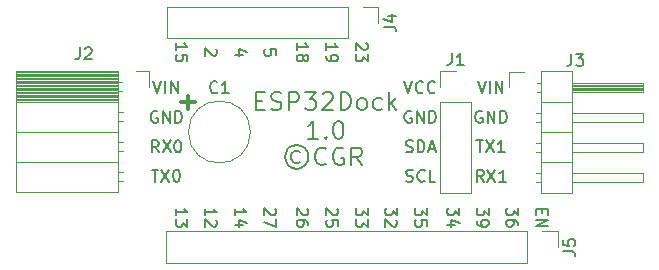
<source format=gbr>
%TF.GenerationSoftware,KiCad,Pcbnew,7.0.1*%
%TF.CreationDate,2025-01-23T23:54:12-05:00*%
%TF.ProjectId,ESP32_Dock,45535033-325f-4446-9f63-6b2e6b696361,rev?*%
%TF.SameCoordinates,Original*%
%TF.FileFunction,Legend,Top*%
%TF.FilePolarity,Positive*%
%FSLAX46Y46*%
G04 Gerber Fmt 4.6, Leading zero omitted, Abs format (unit mm)*
G04 Created by KiCad (PCBNEW 7.0.1) date 2025-01-23 23:54:12*
%MOMM*%
%LPD*%
G01*
G04 APERTURE LIST*
%ADD10C,0.150000*%
%ADD11C,0.300000*%
%ADD12C,0.120000*%
G04 APERTURE END LIST*
D10*
X70261905Y-49962619D02*
X70833333Y-49962619D01*
X70547619Y-50962619D02*
X70547619Y-49962619D01*
X71071429Y-49962619D02*
X71738095Y-50962619D01*
X71738095Y-49962619D02*
X71071429Y-50962619D01*
X72309524Y-49962619D02*
X72404762Y-49962619D01*
X72404762Y-49962619D02*
X72500000Y-50010238D01*
X72500000Y-50010238D02*
X72547619Y-50057857D01*
X72547619Y-50057857D02*
X72595238Y-50153095D01*
X72595238Y-50153095D02*
X72642857Y-50343571D01*
X72642857Y-50343571D02*
X72642857Y-50581666D01*
X72642857Y-50581666D02*
X72595238Y-50772142D01*
X72595238Y-50772142D02*
X72547619Y-50867380D01*
X72547619Y-50867380D02*
X72500000Y-50915000D01*
X72500000Y-50915000D02*
X72404762Y-50962619D01*
X72404762Y-50962619D02*
X72309524Y-50962619D01*
X72309524Y-50962619D02*
X72214286Y-50915000D01*
X72214286Y-50915000D02*
X72166667Y-50867380D01*
X72166667Y-50867380D02*
X72119048Y-50772142D01*
X72119048Y-50772142D02*
X72071429Y-50581666D01*
X72071429Y-50581666D02*
X72071429Y-50343571D01*
X72071429Y-50343571D02*
X72119048Y-50153095D01*
X72119048Y-50153095D02*
X72166667Y-50057857D01*
X72166667Y-50057857D02*
X72214286Y-50010238D01*
X72214286Y-50010238D02*
X72309524Y-49962619D01*
X85037380Y-39809523D02*
X85037380Y-39238095D01*
X85037380Y-39523809D02*
X86037380Y-39523809D01*
X86037380Y-39523809D02*
X85894523Y-39428571D01*
X85894523Y-39428571D02*
X85799285Y-39333333D01*
X85799285Y-39333333D02*
X85751666Y-39238095D01*
X85037380Y-40285714D02*
X85037380Y-40476190D01*
X85037380Y-40476190D02*
X85085000Y-40571428D01*
X85085000Y-40571428D02*
X85132619Y-40619047D01*
X85132619Y-40619047D02*
X85275476Y-40714285D01*
X85275476Y-40714285D02*
X85465952Y-40761904D01*
X85465952Y-40761904D02*
X85846904Y-40761904D01*
X85846904Y-40761904D02*
X85942142Y-40714285D01*
X85942142Y-40714285D02*
X85989761Y-40666666D01*
X85989761Y-40666666D02*
X86037380Y-40571428D01*
X86037380Y-40571428D02*
X86037380Y-40380952D01*
X86037380Y-40380952D02*
X85989761Y-40285714D01*
X85989761Y-40285714D02*
X85942142Y-40238095D01*
X85942142Y-40238095D02*
X85846904Y-40190476D01*
X85846904Y-40190476D02*
X85608809Y-40190476D01*
X85608809Y-40190476D02*
X85513571Y-40238095D01*
X85513571Y-40238095D02*
X85465952Y-40285714D01*
X85465952Y-40285714D02*
X85418333Y-40380952D01*
X85418333Y-40380952D02*
X85418333Y-40571428D01*
X85418333Y-40571428D02*
X85465952Y-40666666D01*
X85465952Y-40666666D02*
X85513571Y-40714285D01*
X85513571Y-40714285D02*
X85608809Y-40761904D01*
X92238095Y-45010238D02*
X92142857Y-44962619D01*
X92142857Y-44962619D02*
X92000000Y-44962619D01*
X92000000Y-44962619D02*
X91857143Y-45010238D01*
X91857143Y-45010238D02*
X91761905Y-45105476D01*
X91761905Y-45105476D02*
X91714286Y-45200714D01*
X91714286Y-45200714D02*
X91666667Y-45391190D01*
X91666667Y-45391190D02*
X91666667Y-45534047D01*
X91666667Y-45534047D02*
X91714286Y-45724523D01*
X91714286Y-45724523D02*
X91761905Y-45819761D01*
X91761905Y-45819761D02*
X91857143Y-45915000D01*
X91857143Y-45915000D02*
X92000000Y-45962619D01*
X92000000Y-45962619D02*
X92095238Y-45962619D01*
X92095238Y-45962619D02*
X92238095Y-45915000D01*
X92238095Y-45915000D02*
X92285714Y-45867380D01*
X92285714Y-45867380D02*
X92285714Y-45534047D01*
X92285714Y-45534047D02*
X92095238Y-45534047D01*
X92714286Y-45962619D02*
X92714286Y-44962619D01*
X92714286Y-44962619D02*
X93285714Y-45962619D01*
X93285714Y-45962619D02*
X93285714Y-44962619D01*
X93761905Y-45962619D02*
X93761905Y-44962619D01*
X93761905Y-44962619D02*
X94000000Y-44962619D01*
X94000000Y-44962619D02*
X94142857Y-45010238D01*
X94142857Y-45010238D02*
X94238095Y-45105476D01*
X94238095Y-45105476D02*
X94285714Y-45200714D01*
X94285714Y-45200714D02*
X94333333Y-45391190D01*
X94333333Y-45391190D02*
X94333333Y-45534047D01*
X94333333Y-45534047D02*
X94285714Y-45724523D01*
X94285714Y-45724523D02*
X94238095Y-45819761D01*
X94238095Y-45819761D02*
X94142857Y-45915000D01*
X94142857Y-45915000D02*
X94000000Y-45962619D01*
X94000000Y-45962619D02*
X93761905Y-45962619D01*
X93537380Y-53190476D02*
X93537380Y-53809523D01*
X93537380Y-53809523D02*
X93156428Y-53476190D01*
X93156428Y-53476190D02*
X93156428Y-53619047D01*
X93156428Y-53619047D02*
X93108809Y-53714285D01*
X93108809Y-53714285D02*
X93061190Y-53761904D01*
X93061190Y-53761904D02*
X92965952Y-53809523D01*
X92965952Y-53809523D02*
X92727857Y-53809523D01*
X92727857Y-53809523D02*
X92632619Y-53761904D01*
X92632619Y-53761904D02*
X92585000Y-53714285D01*
X92585000Y-53714285D02*
X92537380Y-53619047D01*
X92537380Y-53619047D02*
X92537380Y-53333333D01*
X92537380Y-53333333D02*
X92585000Y-53238095D01*
X92585000Y-53238095D02*
X92632619Y-53190476D01*
X93537380Y-54714285D02*
X93537380Y-54238095D01*
X93537380Y-54238095D02*
X93061190Y-54190476D01*
X93061190Y-54190476D02*
X93108809Y-54238095D01*
X93108809Y-54238095D02*
X93156428Y-54333333D01*
X93156428Y-54333333D02*
X93156428Y-54571428D01*
X93156428Y-54571428D02*
X93108809Y-54666666D01*
X93108809Y-54666666D02*
X93061190Y-54714285D01*
X93061190Y-54714285D02*
X92965952Y-54761904D01*
X92965952Y-54761904D02*
X92727857Y-54761904D01*
X92727857Y-54761904D02*
X92632619Y-54714285D01*
X92632619Y-54714285D02*
X92585000Y-54666666D01*
X92585000Y-54666666D02*
X92537380Y-54571428D01*
X92537380Y-54571428D02*
X92537380Y-54333333D01*
X92537380Y-54333333D02*
X92585000Y-54238095D01*
X92585000Y-54238095D02*
X92632619Y-54190476D01*
X98238095Y-45010238D02*
X98142857Y-44962619D01*
X98142857Y-44962619D02*
X98000000Y-44962619D01*
X98000000Y-44962619D02*
X97857143Y-45010238D01*
X97857143Y-45010238D02*
X97761905Y-45105476D01*
X97761905Y-45105476D02*
X97714286Y-45200714D01*
X97714286Y-45200714D02*
X97666667Y-45391190D01*
X97666667Y-45391190D02*
X97666667Y-45534047D01*
X97666667Y-45534047D02*
X97714286Y-45724523D01*
X97714286Y-45724523D02*
X97761905Y-45819761D01*
X97761905Y-45819761D02*
X97857143Y-45915000D01*
X97857143Y-45915000D02*
X98000000Y-45962619D01*
X98000000Y-45962619D02*
X98095238Y-45962619D01*
X98095238Y-45962619D02*
X98238095Y-45915000D01*
X98238095Y-45915000D02*
X98285714Y-45867380D01*
X98285714Y-45867380D02*
X98285714Y-45534047D01*
X98285714Y-45534047D02*
X98095238Y-45534047D01*
X98714286Y-45962619D02*
X98714286Y-44962619D01*
X98714286Y-44962619D02*
X99285714Y-45962619D01*
X99285714Y-45962619D02*
X99285714Y-44962619D01*
X99761905Y-45962619D02*
X99761905Y-44962619D01*
X99761905Y-44962619D02*
X100000000Y-44962619D01*
X100000000Y-44962619D02*
X100142857Y-45010238D01*
X100142857Y-45010238D02*
X100238095Y-45105476D01*
X100238095Y-45105476D02*
X100285714Y-45200714D01*
X100285714Y-45200714D02*
X100333333Y-45391190D01*
X100333333Y-45391190D02*
X100333333Y-45534047D01*
X100333333Y-45534047D02*
X100285714Y-45724523D01*
X100285714Y-45724523D02*
X100238095Y-45819761D01*
X100238095Y-45819761D02*
X100142857Y-45915000D01*
X100142857Y-45915000D02*
X100000000Y-45962619D01*
X100000000Y-45962619D02*
X99761905Y-45962619D01*
X80692142Y-53238095D02*
X80739761Y-53285714D01*
X80739761Y-53285714D02*
X80787380Y-53380952D01*
X80787380Y-53380952D02*
X80787380Y-53619047D01*
X80787380Y-53619047D02*
X80739761Y-53714285D01*
X80739761Y-53714285D02*
X80692142Y-53761904D01*
X80692142Y-53761904D02*
X80596904Y-53809523D01*
X80596904Y-53809523D02*
X80501666Y-53809523D01*
X80501666Y-53809523D02*
X80358809Y-53761904D01*
X80358809Y-53761904D02*
X79787380Y-53190476D01*
X79787380Y-53190476D02*
X79787380Y-53809523D01*
X80787380Y-54142857D02*
X80787380Y-54809523D01*
X80787380Y-54809523D02*
X79787380Y-54380952D01*
X96287380Y-53190476D02*
X96287380Y-53809523D01*
X96287380Y-53809523D02*
X95906428Y-53476190D01*
X95906428Y-53476190D02*
X95906428Y-53619047D01*
X95906428Y-53619047D02*
X95858809Y-53714285D01*
X95858809Y-53714285D02*
X95811190Y-53761904D01*
X95811190Y-53761904D02*
X95715952Y-53809523D01*
X95715952Y-53809523D02*
X95477857Y-53809523D01*
X95477857Y-53809523D02*
X95382619Y-53761904D01*
X95382619Y-53761904D02*
X95335000Y-53714285D01*
X95335000Y-53714285D02*
X95287380Y-53619047D01*
X95287380Y-53619047D02*
X95287380Y-53333333D01*
X95287380Y-53333333D02*
X95335000Y-53238095D01*
X95335000Y-53238095D02*
X95382619Y-53190476D01*
X95954047Y-54666666D02*
X95287380Y-54666666D01*
X96335000Y-54428571D02*
X95620714Y-54190476D01*
X95620714Y-54190476D02*
X95620714Y-54809523D01*
X82537380Y-39809523D02*
X82537380Y-39238095D01*
X82537380Y-39523809D02*
X83537380Y-39523809D01*
X83537380Y-39523809D02*
X83394523Y-39428571D01*
X83394523Y-39428571D02*
X83299285Y-39333333D01*
X83299285Y-39333333D02*
X83251666Y-39238095D01*
X83108809Y-40380952D02*
X83156428Y-40285714D01*
X83156428Y-40285714D02*
X83204047Y-40238095D01*
X83204047Y-40238095D02*
X83299285Y-40190476D01*
X83299285Y-40190476D02*
X83346904Y-40190476D01*
X83346904Y-40190476D02*
X83442142Y-40238095D01*
X83442142Y-40238095D02*
X83489761Y-40285714D01*
X83489761Y-40285714D02*
X83537380Y-40380952D01*
X83537380Y-40380952D02*
X83537380Y-40571428D01*
X83537380Y-40571428D02*
X83489761Y-40666666D01*
X83489761Y-40666666D02*
X83442142Y-40714285D01*
X83442142Y-40714285D02*
X83346904Y-40761904D01*
X83346904Y-40761904D02*
X83299285Y-40761904D01*
X83299285Y-40761904D02*
X83204047Y-40714285D01*
X83204047Y-40714285D02*
X83156428Y-40666666D01*
X83156428Y-40666666D02*
X83108809Y-40571428D01*
X83108809Y-40571428D02*
X83108809Y-40380952D01*
X83108809Y-40380952D02*
X83061190Y-40285714D01*
X83061190Y-40285714D02*
X83013571Y-40238095D01*
X83013571Y-40238095D02*
X82918333Y-40190476D01*
X82918333Y-40190476D02*
X82727857Y-40190476D01*
X82727857Y-40190476D02*
X82632619Y-40238095D01*
X82632619Y-40238095D02*
X82585000Y-40285714D01*
X82585000Y-40285714D02*
X82537380Y-40380952D01*
X82537380Y-40380952D02*
X82537380Y-40571428D01*
X82537380Y-40571428D02*
X82585000Y-40666666D01*
X82585000Y-40666666D02*
X82632619Y-40714285D01*
X82632619Y-40714285D02*
X82727857Y-40761904D01*
X82727857Y-40761904D02*
X82918333Y-40761904D01*
X82918333Y-40761904D02*
X83013571Y-40714285D01*
X83013571Y-40714285D02*
X83061190Y-40666666D01*
X83061190Y-40666666D02*
X83108809Y-40571428D01*
X91666667Y-42462619D02*
X92000000Y-43462619D01*
X92000000Y-43462619D02*
X92333333Y-42462619D01*
X93238095Y-43367380D02*
X93190476Y-43415000D01*
X93190476Y-43415000D02*
X93047619Y-43462619D01*
X93047619Y-43462619D02*
X92952381Y-43462619D01*
X92952381Y-43462619D02*
X92809524Y-43415000D01*
X92809524Y-43415000D02*
X92714286Y-43319761D01*
X92714286Y-43319761D02*
X92666667Y-43224523D01*
X92666667Y-43224523D02*
X92619048Y-43034047D01*
X92619048Y-43034047D02*
X92619048Y-42891190D01*
X92619048Y-42891190D02*
X92666667Y-42700714D01*
X92666667Y-42700714D02*
X92714286Y-42605476D01*
X92714286Y-42605476D02*
X92809524Y-42510238D01*
X92809524Y-42510238D02*
X92952381Y-42462619D01*
X92952381Y-42462619D02*
X93047619Y-42462619D01*
X93047619Y-42462619D02*
X93190476Y-42510238D01*
X93190476Y-42510238D02*
X93238095Y-42557857D01*
X94238095Y-43367380D02*
X94190476Y-43415000D01*
X94190476Y-43415000D02*
X94047619Y-43462619D01*
X94047619Y-43462619D02*
X93952381Y-43462619D01*
X93952381Y-43462619D02*
X93809524Y-43415000D01*
X93809524Y-43415000D02*
X93714286Y-43319761D01*
X93714286Y-43319761D02*
X93666667Y-43224523D01*
X93666667Y-43224523D02*
X93619048Y-43034047D01*
X93619048Y-43034047D02*
X93619048Y-42891190D01*
X93619048Y-42891190D02*
X93666667Y-42700714D01*
X93666667Y-42700714D02*
X93714286Y-42605476D01*
X93714286Y-42605476D02*
X93809524Y-42510238D01*
X93809524Y-42510238D02*
X93952381Y-42462619D01*
X93952381Y-42462619D02*
X94047619Y-42462619D01*
X94047619Y-42462619D02*
X94190476Y-42510238D01*
X94190476Y-42510238D02*
X94238095Y-42557857D01*
X70738095Y-45010238D02*
X70642857Y-44962619D01*
X70642857Y-44962619D02*
X70500000Y-44962619D01*
X70500000Y-44962619D02*
X70357143Y-45010238D01*
X70357143Y-45010238D02*
X70261905Y-45105476D01*
X70261905Y-45105476D02*
X70214286Y-45200714D01*
X70214286Y-45200714D02*
X70166667Y-45391190D01*
X70166667Y-45391190D02*
X70166667Y-45534047D01*
X70166667Y-45534047D02*
X70214286Y-45724523D01*
X70214286Y-45724523D02*
X70261905Y-45819761D01*
X70261905Y-45819761D02*
X70357143Y-45915000D01*
X70357143Y-45915000D02*
X70500000Y-45962619D01*
X70500000Y-45962619D02*
X70595238Y-45962619D01*
X70595238Y-45962619D02*
X70738095Y-45915000D01*
X70738095Y-45915000D02*
X70785714Y-45867380D01*
X70785714Y-45867380D02*
X70785714Y-45534047D01*
X70785714Y-45534047D02*
X70595238Y-45534047D01*
X71214286Y-45962619D02*
X71214286Y-44962619D01*
X71214286Y-44962619D02*
X71785714Y-45962619D01*
X71785714Y-45962619D02*
X71785714Y-44962619D01*
X72261905Y-45962619D02*
X72261905Y-44962619D01*
X72261905Y-44962619D02*
X72500000Y-44962619D01*
X72500000Y-44962619D02*
X72642857Y-45010238D01*
X72642857Y-45010238D02*
X72738095Y-45105476D01*
X72738095Y-45105476D02*
X72785714Y-45200714D01*
X72785714Y-45200714D02*
X72833333Y-45391190D01*
X72833333Y-45391190D02*
X72833333Y-45534047D01*
X72833333Y-45534047D02*
X72785714Y-45724523D01*
X72785714Y-45724523D02*
X72738095Y-45819761D01*
X72738095Y-45819761D02*
X72642857Y-45915000D01*
X72642857Y-45915000D02*
X72500000Y-45962619D01*
X72500000Y-45962619D02*
X72261905Y-45962619D01*
X91785714Y-48415000D02*
X91928571Y-48462619D01*
X91928571Y-48462619D02*
X92166666Y-48462619D01*
X92166666Y-48462619D02*
X92261904Y-48415000D01*
X92261904Y-48415000D02*
X92309523Y-48367380D01*
X92309523Y-48367380D02*
X92357142Y-48272142D01*
X92357142Y-48272142D02*
X92357142Y-48176904D01*
X92357142Y-48176904D02*
X92309523Y-48081666D01*
X92309523Y-48081666D02*
X92261904Y-48034047D01*
X92261904Y-48034047D02*
X92166666Y-47986428D01*
X92166666Y-47986428D02*
X91976190Y-47938809D01*
X91976190Y-47938809D02*
X91880952Y-47891190D01*
X91880952Y-47891190D02*
X91833333Y-47843571D01*
X91833333Y-47843571D02*
X91785714Y-47748333D01*
X91785714Y-47748333D02*
X91785714Y-47653095D01*
X91785714Y-47653095D02*
X91833333Y-47557857D01*
X91833333Y-47557857D02*
X91880952Y-47510238D01*
X91880952Y-47510238D02*
X91976190Y-47462619D01*
X91976190Y-47462619D02*
X92214285Y-47462619D01*
X92214285Y-47462619D02*
X92357142Y-47510238D01*
X92785714Y-48462619D02*
X92785714Y-47462619D01*
X92785714Y-47462619D02*
X93023809Y-47462619D01*
X93023809Y-47462619D02*
X93166666Y-47510238D01*
X93166666Y-47510238D02*
X93261904Y-47605476D01*
X93261904Y-47605476D02*
X93309523Y-47700714D01*
X93309523Y-47700714D02*
X93357142Y-47891190D01*
X93357142Y-47891190D02*
X93357142Y-48034047D01*
X93357142Y-48034047D02*
X93309523Y-48224523D01*
X93309523Y-48224523D02*
X93261904Y-48319761D01*
X93261904Y-48319761D02*
X93166666Y-48415000D01*
X93166666Y-48415000D02*
X93023809Y-48462619D01*
X93023809Y-48462619D02*
X92785714Y-48462619D01*
X93738095Y-48176904D02*
X94214285Y-48176904D01*
X93642857Y-48462619D02*
X93976190Y-47462619D01*
X93976190Y-47462619D02*
X94309523Y-48462619D01*
X91037380Y-53190476D02*
X91037380Y-53809523D01*
X91037380Y-53809523D02*
X90656428Y-53476190D01*
X90656428Y-53476190D02*
X90656428Y-53619047D01*
X90656428Y-53619047D02*
X90608809Y-53714285D01*
X90608809Y-53714285D02*
X90561190Y-53761904D01*
X90561190Y-53761904D02*
X90465952Y-53809523D01*
X90465952Y-53809523D02*
X90227857Y-53809523D01*
X90227857Y-53809523D02*
X90132619Y-53761904D01*
X90132619Y-53761904D02*
X90085000Y-53714285D01*
X90085000Y-53714285D02*
X90037380Y-53619047D01*
X90037380Y-53619047D02*
X90037380Y-53333333D01*
X90037380Y-53333333D02*
X90085000Y-53238095D01*
X90085000Y-53238095D02*
X90132619Y-53190476D01*
X90942142Y-54190476D02*
X90989761Y-54238095D01*
X90989761Y-54238095D02*
X91037380Y-54333333D01*
X91037380Y-54333333D02*
X91037380Y-54571428D01*
X91037380Y-54571428D02*
X90989761Y-54666666D01*
X90989761Y-54666666D02*
X90942142Y-54714285D01*
X90942142Y-54714285D02*
X90846904Y-54761904D01*
X90846904Y-54761904D02*
X90751666Y-54761904D01*
X90751666Y-54761904D02*
X90608809Y-54714285D01*
X90608809Y-54714285D02*
X90037380Y-54142857D01*
X90037380Y-54142857D02*
X90037380Y-54761904D01*
X97761905Y-47462619D02*
X98333333Y-47462619D01*
X98047619Y-48462619D02*
X98047619Y-47462619D01*
X98571429Y-47462619D02*
X99238095Y-48462619D01*
X99238095Y-47462619D02*
X98571429Y-48462619D01*
X100142857Y-48462619D02*
X99571429Y-48462619D01*
X99857143Y-48462619D02*
X99857143Y-47462619D01*
X99857143Y-47462619D02*
X99761905Y-47605476D01*
X99761905Y-47605476D02*
X99666667Y-47700714D01*
X99666667Y-47700714D02*
X99571429Y-47748333D01*
X97904762Y-42462619D02*
X98238095Y-43462619D01*
X98238095Y-43462619D02*
X98571428Y-42462619D01*
X98904762Y-43462619D02*
X98904762Y-42462619D01*
X99380952Y-43462619D02*
X99380952Y-42462619D01*
X99380952Y-42462619D02*
X99952380Y-43462619D01*
X99952380Y-43462619D02*
X99952380Y-42462619D01*
X98787380Y-53190476D02*
X98787380Y-53809523D01*
X98787380Y-53809523D02*
X98406428Y-53476190D01*
X98406428Y-53476190D02*
X98406428Y-53619047D01*
X98406428Y-53619047D02*
X98358809Y-53714285D01*
X98358809Y-53714285D02*
X98311190Y-53761904D01*
X98311190Y-53761904D02*
X98215952Y-53809523D01*
X98215952Y-53809523D02*
X97977857Y-53809523D01*
X97977857Y-53809523D02*
X97882619Y-53761904D01*
X97882619Y-53761904D02*
X97835000Y-53714285D01*
X97835000Y-53714285D02*
X97787380Y-53619047D01*
X97787380Y-53619047D02*
X97787380Y-53333333D01*
X97787380Y-53333333D02*
X97835000Y-53238095D01*
X97835000Y-53238095D02*
X97882619Y-53190476D01*
X97787380Y-54285714D02*
X97787380Y-54476190D01*
X97787380Y-54476190D02*
X97835000Y-54571428D01*
X97835000Y-54571428D02*
X97882619Y-54619047D01*
X97882619Y-54619047D02*
X98025476Y-54714285D01*
X98025476Y-54714285D02*
X98215952Y-54761904D01*
X98215952Y-54761904D02*
X98596904Y-54761904D01*
X98596904Y-54761904D02*
X98692142Y-54714285D01*
X98692142Y-54714285D02*
X98739761Y-54666666D01*
X98739761Y-54666666D02*
X98787380Y-54571428D01*
X98787380Y-54571428D02*
X98787380Y-54380952D01*
X98787380Y-54380952D02*
X98739761Y-54285714D01*
X98739761Y-54285714D02*
X98692142Y-54238095D01*
X98692142Y-54238095D02*
X98596904Y-54190476D01*
X98596904Y-54190476D02*
X98358809Y-54190476D01*
X98358809Y-54190476D02*
X98263571Y-54238095D01*
X98263571Y-54238095D02*
X98215952Y-54285714D01*
X98215952Y-54285714D02*
X98168333Y-54380952D01*
X98168333Y-54380952D02*
X98168333Y-54571428D01*
X98168333Y-54571428D02*
X98215952Y-54666666D01*
X98215952Y-54666666D02*
X98263571Y-54714285D01*
X98263571Y-54714285D02*
X98358809Y-54761904D01*
X88537380Y-53190476D02*
X88537380Y-53809523D01*
X88537380Y-53809523D02*
X88156428Y-53476190D01*
X88156428Y-53476190D02*
X88156428Y-53619047D01*
X88156428Y-53619047D02*
X88108809Y-53714285D01*
X88108809Y-53714285D02*
X88061190Y-53761904D01*
X88061190Y-53761904D02*
X87965952Y-53809523D01*
X87965952Y-53809523D02*
X87727857Y-53809523D01*
X87727857Y-53809523D02*
X87632619Y-53761904D01*
X87632619Y-53761904D02*
X87585000Y-53714285D01*
X87585000Y-53714285D02*
X87537380Y-53619047D01*
X87537380Y-53619047D02*
X87537380Y-53333333D01*
X87537380Y-53333333D02*
X87585000Y-53238095D01*
X87585000Y-53238095D02*
X87632619Y-53190476D01*
X88537380Y-54142857D02*
X88537380Y-54761904D01*
X88537380Y-54761904D02*
X88156428Y-54428571D01*
X88156428Y-54428571D02*
X88156428Y-54571428D01*
X88156428Y-54571428D02*
X88108809Y-54666666D01*
X88108809Y-54666666D02*
X88061190Y-54714285D01*
X88061190Y-54714285D02*
X87965952Y-54761904D01*
X87965952Y-54761904D02*
X87727857Y-54761904D01*
X87727857Y-54761904D02*
X87632619Y-54714285D01*
X87632619Y-54714285D02*
X87585000Y-54666666D01*
X87585000Y-54666666D02*
X87537380Y-54571428D01*
X87537380Y-54571428D02*
X87537380Y-54285714D01*
X87537380Y-54285714D02*
X87585000Y-54190476D01*
X87585000Y-54190476D02*
X87632619Y-54142857D01*
X91809524Y-50915000D02*
X91952381Y-50962619D01*
X91952381Y-50962619D02*
X92190476Y-50962619D01*
X92190476Y-50962619D02*
X92285714Y-50915000D01*
X92285714Y-50915000D02*
X92333333Y-50867380D01*
X92333333Y-50867380D02*
X92380952Y-50772142D01*
X92380952Y-50772142D02*
X92380952Y-50676904D01*
X92380952Y-50676904D02*
X92333333Y-50581666D01*
X92333333Y-50581666D02*
X92285714Y-50534047D01*
X92285714Y-50534047D02*
X92190476Y-50486428D01*
X92190476Y-50486428D02*
X92000000Y-50438809D01*
X92000000Y-50438809D02*
X91904762Y-50391190D01*
X91904762Y-50391190D02*
X91857143Y-50343571D01*
X91857143Y-50343571D02*
X91809524Y-50248333D01*
X91809524Y-50248333D02*
X91809524Y-50153095D01*
X91809524Y-50153095D02*
X91857143Y-50057857D01*
X91857143Y-50057857D02*
X91904762Y-50010238D01*
X91904762Y-50010238D02*
X92000000Y-49962619D01*
X92000000Y-49962619D02*
X92238095Y-49962619D01*
X92238095Y-49962619D02*
X92380952Y-50010238D01*
X93380952Y-50867380D02*
X93333333Y-50915000D01*
X93333333Y-50915000D02*
X93190476Y-50962619D01*
X93190476Y-50962619D02*
X93095238Y-50962619D01*
X93095238Y-50962619D02*
X92952381Y-50915000D01*
X92952381Y-50915000D02*
X92857143Y-50819761D01*
X92857143Y-50819761D02*
X92809524Y-50724523D01*
X92809524Y-50724523D02*
X92761905Y-50534047D01*
X92761905Y-50534047D02*
X92761905Y-50391190D01*
X92761905Y-50391190D02*
X92809524Y-50200714D01*
X92809524Y-50200714D02*
X92857143Y-50105476D01*
X92857143Y-50105476D02*
X92952381Y-50010238D01*
X92952381Y-50010238D02*
X93095238Y-49962619D01*
X93095238Y-49962619D02*
X93190476Y-49962619D01*
X93190476Y-49962619D02*
X93333333Y-50010238D01*
X93333333Y-50010238D02*
X93380952Y-50057857D01*
X94285714Y-50962619D02*
X93809524Y-50962619D01*
X93809524Y-50962619D02*
X93809524Y-49962619D01*
X72287380Y-39809523D02*
X72287380Y-39238095D01*
X72287380Y-39523809D02*
X73287380Y-39523809D01*
X73287380Y-39523809D02*
X73144523Y-39428571D01*
X73144523Y-39428571D02*
X73049285Y-39333333D01*
X73049285Y-39333333D02*
X73001666Y-39238095D01*
X73287380Y-40714285D02*
X73287380Y-40238095D01*
X73287380Y-40238095D02*
X72811190Y-40190476D01*
X72811190Y-40190476D02*
X72858809Y-40238095D01*
X72858809Y-40238095D02*
X72906428Y-40333333D01*
X72906428Y-40333333D02*
X72906428Y-40571428D01*
X72906428Y-40571428D02*
X72858809Y-40666666D01*
X72858809Y-40666666D02*
X72811190Y-40714285D01*
X72811190Y-40714285D02*
X72715952Y-40761904D01*
X72715952Y-40761904D02*
X72477857Y-40761904D01*
X72477857Y-40761904D02*
X72382619Y-40714285D01*
X72382619Y-40714285D02*
X72335000Y-40666666D01*
X72335000Y-40666666D02*
X72287380Y-40571428D01*
X72287380Y-40571428D02*
X72287380Y-40333333D01*
X72287380Y-40333333D02*
X72335000Y-40238095D01*
X72335000Y-40238095D02*
X72382619Y-40190476D01*
X82821428Y-48423571D02*
X82678571Y-48352142D01*
X82678571Y-48352142D02*
X82392857Y-48352142D01*
X82392857Y-48352142D02*
X82250000Y-48423571D01*
X82250000Y-48423571D02*
X82107142Y-48566428D01*
X82107142Y-48566428D02*
X82035714Y-48709285D01*
X82035714Y-48709285D02*
X82035714Y-48995000D01*
X82035714Y-48995000D02*
X82107142Y-49137857D01*
X82107142Y-49137857D02*
X82250000Y-49280714D01*
X82250000Y-49280714D02*
X82392857Y-49352142D01*
X82392857Y-49352142D02*
X82678571Y-49352142D01*
X82678571Y-49352142D02*
X82821428Y-49280714D01*
X82535714Y-47852142D02*
X82178571Y-47923571D01*
X82178571Y-47923571D02*
X81821428Y-48137857D01*
X81821428Y-48137857D02*
X81607142Y-48495000D01*
X81607142Y-48495000D02*
X81535714Y-48852142D01*
X81535714Y-48852142D02*
X81607142Y-49209285D01*
X81607142Y-49209285D02*
X81821428Y-49566428D01*
X81821428Y-49566428D02*
X82178571Y-49780714D01*
X82178571Y-49780714D02*
X82535714Y-49852142D01*
X82535714Y-49852142D02*
X82892857Y-49780714D01*
X82892857Y-49780714D02*
X83250000Y-49566428D01*
X83250000Y-49566428D02*
X83464285Y-49209285D01*
X83464285Y-49209285D02*
X83535714Y-48852142D01*
X83535714Y-48852142D02*
X83464285Y-48495000D01*
X83464285Y-48495000D02*
X83250000Y-48137857D01*
X83250000Y-48137857D02*
X82892857Y-47923571D01*
X82892857Y-47923571D02*
X82535714Y-47852142D01*
X85035714Y-49423571D02*
X84964286Y-49495000D01*
X84964286Y-49495000D02*
X84750000Y-49566428D01*
X84750000Y-49566428D02*
X84607143Y-49566428D01*
X84607143Y-49566428D02*
X84392857Y-49495000D01*
X84392857Y-49495000D02*
X84250000Y-49352142D01*
X84250000Y-49352142D02*
X84178571Y-49209285D01*
X84178571Y-49209285D02*
X84107143Y-48923571D01*
X84107143Y-48923571D02*
X84107143Y-48709285D01*
X84107143Y-48709285D02*
X84178571Y-48423571D01*
X84178571Y-48423571D02*
X84250000Y-48280714D01*
X84250000Y-48280714D02*
X84392857Y-48137857D01*
X84392857Y-48137857D02*
X84607143Y-48066428D01*
X84607143Y-48066428D02*
X84750000Y-48066428D01*
X84750000Y-48066428D02*
X84964286Y-48137857D01*
X84964286Y-48137857D02*
X85035714Y-48209285D01*
X86464286Y-48137857D02*
X86321429Y-48066428D01*
X86321429Y-48066428D02*
X86107143Y-48066428D01*
X86107143Y-48066428D02*
X85892857Y-48137857D01*
X85892857Y-48137857D02*
X85750000Y-48280714D01*
X85750000Y-48280714D02*
X85678571Y-48423571D01*
X85678571Y-48423571D02*
X85607143Y-48709285D01*
X85607143Y-48709285D02*
X85607143Y-48923571D01*
X85607143Y-48923571D02*
X85678571Y-49209285D01*
X85678571Y-49209285D02*
X85750000Y-49352142D01*
X85750000Y-49352142D02*
X85892857Y-49495000D01*
X85892857Y-49495000D02*
X86107143Y-49566428D01*
X86107143Y-49566428D02*
X86250000Y-49566428D01*
X86250000Y-49566428D02*
X86464286Y-49495000D01*
X86464286Y-49495000D02*
X86535714Y-49423571D01*
X86535714Y-49423571D02*
X86535714Y-48923571D01*
X86535714Y-48923571D02*
X86250000Y-48923571D01*
X88035714Y-49566428D02*
X87535714Y-48852142D01*
X87178571Y-49566428D02*
X87178571Y-48066428D01*
X87178571Y-48066428D02*
X87750000Y-48066428D01*
X87750000Y-48066428D02*
X87892857Y-48137857D01*
X87892857Y-48137857D02*
X87964286Y-48209285D01*
X87964286Y-48209285D02*
X88035714Y-48352142D01*
X88035714Y-48352142D02*
X88035714Y-48566428D01*
X88035714Y-48566428D02*
X87964286Y-48709285D01*
X87964286Y-48709285D02*
X87892857Y-48780714D01*
X87892857Y-48780714D02*
X87750000Y-48852142D01*
X87750000Y-48852142D02*
X87178571Y-48852142D01*
D11*
X73892857Y-44245000D02*
X72750000Y-44245000D01*
X73321428Y-44816428D02*
X73321428Y-43673571D01*
D10*
X80787380Y-40238095D02*
X80787380Y-39761905D01*
X80787380Y-39761905D02*
X80311190Y-39714286D01*
X80311190Y-39714286D02*
X80358809Y-39761905D01*
X80358809Y-39761905D02*
X80406428Y-39857143D01*
X80406428Y-39857143D02*
X80406428Y-40095238D01*
X80406428Y-40095238D02*
X80358809Y-40190476D01*
X80358809Y-40190476D02*
X80311190Y-40238095D01*
X80311190Y-40238095D02*
X80215952Y-40285714D01*
X80215952Y-40285714D02*
X79977857Y-40285714D01*
X79977857Y-40285714D02*
X79882619Y-40238095D01*
X79882619Y-40238095D02*
X79835000Y-40190476D01*
X79835000Y-40190476D02*
X79787380Y-40095238D01*
X79787380Y-40095238D02*
X79787380Y-39857143D01*
X79787380Y-39857143D02*
X79835000Y-39761905D01*
X79835000Y-39761905D02*
X79882619Y-39714286D01*
X85942142Y-53238095D02*
X85989761Y-53285714D01*
X85989761Y-53285714D02*
X86037380Y-53380952D01*
X86037380Y-53380952D02*
X86037380Y-53619047D01*
X86037380Y-53619047D02*
X85989761Y-53714285D01*
X85989761Y-53714285D02*
X85942142Y-53761904D01*
X85942142Y-53761904D02*
X85846904Y-53809523D01*
X85846904Y-53809523D02*
X85751666Y-53809523D01*
X85751666Y-53809523D02*
X85608809Y-53761904D01*
X85608809Y-53761904D02*
X85037380Y-53190476D01*
X85037380Y-53190476D02*
X85037380Y-53809523D01*
X86037380Y-54714285D02*
X86037380Y-54238095D01*
X86037380Y-54238095D02*
X85561190Y-54190476D01*
X85561190Y-54190476D02*
X85608809Y-54238095D01*
X85608809Y-54238095D02*
X85656428Y-54333333D01*
X85656428Y-54333333D02*
X85656428Y-54571428D01*
X85656428Y-54571428D02*
X85608809Y-54666666D01*
X85608809Y-54666666D02*
X85561190Y-54714285D01*
X85561190Y-54714285D02*
X85465952Y-54761904D01*
X85465952Y-54761904D02*
X85227857Y-54761904D01*
X85227857Y-54761904D02*
X85132619Y-54714285D01*
X85132619Y-54714285D02*
X85085000Y-54666666D01*
X85085000Y-54666666D02*
X85037380Y-54571428D01*
X85037380Y-54571428D02*
X85037380Y-54333333D01*
X85037380Y-54333333D02*
X85085000Y-54238095D01*
X85085000Y-54238095D02*
X85132619Y-54190476D01*
X79107143Y-44100714D02*
X79607143Y-44100714D01*
X79821429Y-44886428D02*
X79107143Y-44886428D01*
X79107143Y-44886428D02*
X79107143Y-43386428D01*
X79107143Y-43386428D02*
X79821429Y-43386428D01*
X80392858Y-44815000D02*
X80607144Y-44886428D01*
X80607144Y-44886428D02*
X80964286Y-44886428D01*
X80964286Y-44886428D02*
X81107144Y-44815000D01*
X81107144Y-44815000D02*
X81178572Y-44743571D01*
X81178572Y-44743571D02*
X81250001Y-44600714D01*
X81250001Y-44600714D02*
X81250001Y-44457857D01*
X81250001Y-44457857D02*
X81178572Y-44315000D01*
X81178572Y-44315000D02*
X81107144Y-44243571D01*
X81107144Y-44243571D02*
X80964286Y-44172142D01*
X80964286Y-44172142D02*
X80678572Y-44100714D01*
X80678572Y-44100714D02*
X80535715Y-44029285D01*
X80535715Y-44029285D02*
X80464286Y-43957857D01*
X80464286Y-43957857D02*
X80392858Y-43815000D01*
X80392858Y-43815000D02*
X80392858Y-43672142D01*
X80392858Y-43672142D02*
X80464286Y-43529285D01*
X80464286Y-43529285D02*
X80535715Y-43457857D01*
X80535715Y-43457857D02*
X80678572Y-43386428D01*
X80678572Y-43386428D02*
X81035715Y-43386428D01*
X81035715Y-43386428D02*
X81250001Y-43457857D01*
X81892857Y-44886428D02*
X81892857Y-43386428D01*
X81892857Y-43386428D02*
X82464286Y-43386428D01*
X82464286Y-43386428D02*
X82607143Y-43457857D01*
X82607143Y-43457857D02*
X82678572Y-43529285D01*
X82678572Y-43529285D02*
X82750000Y-43672142D01*
X82750000Y-43672142D02*
X82750000Y-43886428D01*
X82750000Y-43886428D02*
X82678572Y-44029285D01*
X82678572Y-44029285D02*
X82607143Y-44100714D01*
X82607143Y-44100714D02*
X82464286Y-44172142D01*
X82464286Y-44172142D02*
X81892857Y-44172142D01*
X83250000Y-43386428D02*
X84178572Y-43386428D01*
X84178572Y-43386428D02*
X83678572Y-43957857D01*
X83678572Y-43957857D02*
X83892857Y-43957857D01*
X83892857Y-43957857D02*
X84035715Y-44029285D01*
X84035715Y-44029285D02*
X84107143Y-44100714D01*
X84107143Y-44100714D02*
X84178572Y-44243571D01*
X84178572Y-44243571D02*
X84178572Y-44600714D01*
X84178572Y-44600714D02*
X84107143Y-44743571D01*
X84107143Y-44743571D02*
X84035715Y-44815000D01*
X84035715Y-44815000D02*
X83892857Y-44886428D01*
X83892857Y-44886428D02*
X83464286Y-44886428D01*
X83464286Y-44886428D02*
X83321429Y-44815000D01*
X83321429Y-44815000D02*
X83250000Y-44743571D01*
X84750000Y-43529285D02*
X84821428Y-43457857D01*
X84821428Y-43457857D02*
X84964286Y-43386428D01*
X84964286Y-43386428D02*
X85321428Y-43386428D01*
X85321428Y-43386428D02*
X85464286Y-43457857D01*
X85464286Y-43457857D02*
X85535714Y-43529285D01*
X85535714Y-43529285D02*
X85607143Y-43672142D01*
X85607143Y-43672142D02*
X85607143Y-43815000D01*
X85607143Y-43815000D02*
X85535714Y-44029285D01*
X85535714Y-44029285D02*
X84678571Y-44886428D01*
X84678571Y-44886428D02*
X85607143Y-44886428D01*
X86249999Y-44886428D02*
X86249999Y-43386428D01*
X86249999Y-43386428D02*
X86607142Y-43386428D01*
X86607142Y-43386428D02*
X86821428Y-43457857D01*
X86821428Y-43457857D02*
X86964285Y-43600714D01*
X86964285Y-43600714D02*
X87035714Y-43743571D01*
X87035714Y-43743571D02*
X87107142Y-44029285D01*
X87107142Y-44029285D02*
X87107142Y-44243571D01*
X87107142Y-44243571D02*
X87035714Y-44529285D01*
X87035714Y-44529285D02*
X86964285Y-44672142D01*
X86964285Y-44672142D02*
X86821428Y-44815000D01*
X86821428Y-44815000D02*
X86607142Y-44886428D01*
X86607142Y-44886428D02*
X86249999Y-44886428D01*
X87964285Y-44886428D02*
X87821428Y-44815000D01*
X87821428Y-44815000D02*
X87749999Y-44743571D01*
X87749999Y-44743571D02*
X87678571Y-44600714D01*
X87678571Y-44600714D02*
X87678571Y-44172142D01*
X87678571Y-44172142D02*
X87749999Y-44029285D01*
X87749999Y-44029285D02*
X87821428Y-43957857D01*
X87821428Y-43957857D02*
X87964285Y-43886428D01*
X87964285Y-43886428D02*
X88178571Y-43886428D01*
X88178571Y-43886428D02*
X88321428Y-43957857D01*
X88321428Y-43957857D02*
X88392857Y-44029285D01*
X88392857Y-44029285D02*
X88464285Y-44172142D01*
X88464285Y-44172142D02*
X88464285Y-44600714D01*
X88464285Y-44600714D02*
X88392857Y-44743571D01*
X88392857Y-44743571D02*
X88321428Y-44815000D01*
X88321428Y-44815000D02*
X88178571Y-44886428D01*
X88178571Y-44886428D02*
X87964285Y-44886428D01*
X89750000Y-44815000D02*
X89607142Y-44886428D01*
X89607142Y-44886428D02*
X89321428Y-44886428D01*
X89321428Y-44886428D02*
X89178571Y-44815000D01*
X89178571Y-44815000D02*
X89107142Y-44743571D01*
X89107142Y-44743571D02*
X89035714Y-44600714D01*
X89035714Y-44600714D02*
X89035714Y-44172142D01*
X89035714Y-44172142D02*
X89107142Y-44029285D01*
X89107142Y-44029285D02*
X89178571Y-43957857D01*
X89178571Y-43957857D02*
X89321428Y-43886428D01*
X89321428Y-43886428D02*
X89607142Y-43886428D01*
X89607142Y-43886428D02*
X89750000Y-43957857D01*
X90392856Y-44886428D02*
X90392856Y-43386428D01*
X90535714Y-44315000D02*
X90964285Y-44886428D01*
X90964285Y-43886428D02*
X90392856Y-44457857D01*
X84357143Y-47316428D02*
X83500000Y-47316428D01*
X83928571Y-47316428D02*
X83928571Y-45816428D01*
X83928571Y-45816428D02*
X83785714Y-46030714D01*
X83785714Y-46030714D02*
X83642857Y-46173571D01*
X83642857Y-46173571D02*
X83500000Y-46245000D01*
X84999999Y-47173571D02*
X85071428Y-47245000D01*
X85071428Y-47245000D02*
X84999999Y-47316428D01*
X84999999Y-47316428D02*
X84928571Y-47245000D01*
X84928571Y-47245000D02*
X84999999Y-47173571D01*
X84999999Y-47173571D02*
X84999999Y-47316428D01*
X86000000Y-45816428D02*
X86142857Y-45816428D01*
X86142857Y-45816428D02*
X86285714Y-45887857D01*
X86285714Y-45887857D02*
X86357143Y-45959285D01*
X86357143Y-45959285D02*
X86428571Y-46102142D01*
X86428571Y-46102142D02*
X86500000Y-46387857D01*
X86500000Y-46387857D02*
X86500000Y-46745000D01*
X86500000Y-46745000D02*
X86428571Y-47030714D01*
X86428571Y-47030714D02*
X86357143Y-47173571D01*
X86357143Y-47173571D02*
X86285714Y-47245000D01*
X86285714Y-47245000D02*
X86142857Y-47316428D01*
X86142857Y-47316428D02*
X86000000Y-47316428D01*
X86000000Y-47316428D02*
X85857143Y-47245000D01*
X85857143Y-47245000D02*
X85785714Y-47173571D01*
X85785714Y-47173571D02*
X85714285Y-47030714D01*
X85714285Y-47030714D02*
X85642857Y-46745000D01*
X85642857Y-46745000D02*
X85642857Y-46387857D01*
X85642857Y-46387857D02*
X85714285Y-46102142D01*
X85714285Y-46102142D02*
X85785714Y-45959285D01*
X85785714Y-45959285D02*
X85857143Y-45887857D01*
X85857143Y-45887857D02*
X86000000Y-45816428D01*
X75692142Y-39714286D02*
X75739761Y-39761905D01*
X75739761Y-39761905D02*
X75787380Y-39857143D01*
X75787380Y-39857143D02*
X75787380Y-40095238D01*
X75787380Y-40095238D02*
X75739761Y-40190476D01*
X75739761Y-40190476D02*
X75692142Y-40238095D01*
X75692142Y-40238095D02*
X75596904Y-40285714D01*
X75596904Y-40285714D02*
X75501666Y-40285714D01*
X75501666Y-40285714D02*
X75358809Y-40238095D01*
X75358809Y-40238095D02*
X74787380Y-39666667D01*
X74787380Y-39666667D02*
X74787380Y-40285714D01*
X101287380Y-53190476D02*
X101287380Y-53809523D01*
X101287380Y-53809523D02*
X100906428Y-53476190D01*
X100906428Y-53476190D02*
X100906428Y-53619047D01*
X100906428Y-53619047D02*
X100858809Y-53714285D01*
X100858809Y-53714285D02*
X100811190Y-53761904D01*
X100811190Y-53761904D02*
X100715952Y-53809523D01*
X100715952Y-53809523D02*
X100477857Y-53809523D01*
X100477857Y-53809523D02*
X100382619Y-53761904D01*
X100382619Y-53761904D02*
X100335000Y-53714285D01*
X100335000Y-53714285D02*
X100287380Y-53619047D01*
X100287380Y-53619047D02*
X100287380Y-53333333D01*
X100287380Y-53333333D02*
X100335000Y-53238095D01*
X100335000Y-53238095D02*
X100382619Y-53190476D01*
X101287380Y-54666666D02*
X101287380Y-54476190D01*
X101287380Y-54476190D02*
X101239761Y-54380952D01*
X101239761Y-54380952D02*
X101192142Y-54333333D01*
X101192142Y-54333333D02*
X101049285Y-54238095D01*
X101049285Y-54238095D02*
X100858809Y-54190476D01*
X100858809Y-54190476D02*
X100477857Y-54190476D01*
X100477857Y-54190476D02*
X100382619Y-54238095D01*
X100382619Y-54238095D02*
X100335000Y-54285714D01*
X100335000Y-54285714D02*
X100287380Y-54380952D01*
X100287380Y-54380952D02*
X100287380Y-54571428D01*
X100287380Y-54571428D02*
X100335000Y-54666666D01*
X100335000Y-54666666D02*
X100382619Y-54714285D01*
X100382619Y-54714285D02*
X100477857Y-54761904D01*
X100477857Y-54761904D02*
X100715952Y-54761904D01*
X100715952Y-54761904D02*
X100811190Y-54714285D01*
X100811190Y-54714285D02*
X100858809Y-54666666D01*
X100858809Y-54666666D02*
X100906428Y-54571428D01*
X100906428Y-54571428D02*
X100906428Y-54380952D01*
X100906428Y-54380952D02*
X100858809Y-54285714D01*
X100858809Y-54285714D02*
X100811190Y-54238095D01*
X100811190Y-54238095D02*
X100715952Y-54190476D01*
X88442142Y-39238095D02*
X88489761Y-39285714D01*
X88489761Y-39285714D02*
X88537380Y-39380952D01*
X88537380Y-39380952D02*
X88537380Y-39619047D01*
X88537380Y-39619047D02*
X88489761Y-39714285D01*
X88489761Y-39714285D02*
X88442142Y-39761904D01*
X88442142Y-39761904D02*
X88346904Y-39809523D01*
X88346904Y-39809523D02*
X88251666Y-39809523D01*
X88251666Y-39809523D02*
X88108809Y-39761904D01*
X88108809Y-39761904D02*
X87537380Y-39190476D01*
X87537380Y-39190476D02*
X87537380Y-39809523D01*
X88537380Y-40142857D02*
X88537380Y-40761904D01*
X88537380Y-40761904D02*
X88156428Y-40428571D01*
X88156428Y-40428571D02*
X88156428Y-40571428D01*
X88156428Y-40571428D02*
X88108809Y-40666666D01*
X88108809Y-40666666D02*
X88061190Y-40714285D01*
X88061190Y-40714285D02*
X87965952Y-40761904D01*
X87965952Y-40761904D02*
X87727857Y-40761904D01*
X87727857Y-40761904D02*
X87632619Y-40714285D01*
X87632619Y-40714285D02*
X87585000Y-40666666D01*
X87585000Y-40666666D02*
X87537380Y-40571428D01*
X87537380Y-40571428D02*
X87537380Y-40285714D01*
X87537380Y-40285714D02*
X87585000Y-40190476D01*
X87585000Y-40190476D02*
X87632619Y-40142857D01*
X83442142Y-53238095D02*
X83489761Y-53285714D01*
X83489761Y-53285714D02*
X83537380Y-53380952D01*
X83537380Y-53380952D02*
X83537380Y-53619047D01*
X83537380Y-53619047D02*
X83489761Y-53714285D01*
X83489761Y-53714285D02*
X83442142Y-53761904D01*
X83442142Y-53761904D02*
X83346904Y-53809523D01*
X83346904Y-53809523D02*
X83251666Y-53809523D01*
X83251666Y-53809523D02*
X83108809Y-53761904D01*
X83108809Y-53761904D02*
X82537380Y-53190476D01*
X82537380Y-53190476D02*
X82537380Y-53809523D01*
X83537380Y-54666666D02*
X83537380Y-54476190D01*
X83537380Y-54476190D02*
X83489761Y-54380952D01*
X83489761Y-54380952D02*
X83442142Y-54333333D01*
X83442142Y-54333333D02*
X83299285Y-54238095D01*
X83299285Y-54238095D02*
X83108809Y-54190476D01*
X83108809Y-54190476D02*
X82727857Y-54190476D01*
X82727857Y-54190476D02*
X82632619Y-54238095D01*
X82632619Y-54238095D02*
X82585000Y-54285714D01*
X82585000Y-54285714D02*
X82537380Y-54380952D01*
X82537380Y-54380952D02*
X82537380Y-54571428D01*
X82537380Y-54571428D02*
X82585000Y-54666666D01*
X82585000Y-54666666D02*
X82632619Y-54714285D01*
X82632619Y-54714285D02*
X82727857Y-54761904D01*
X82727857Y-54761904D02*
X82965952Y-54761904D01*
X82965952Y-54761904D02*
X83061190Y-54714285D01*
X83061190Y-54714285D02*
X83108809Y-54666666D01*
X83108809Y-54666666D02*
X83156428Y-54571428D01*
X83156428Y-54571428D02*
X83156428Y-54380952D01*
X83156428Y-54380952D02*
X83108809Y-54285714D01*
X83108809Y-54285714D02*
X83061190Y-54238095D01*
X83061190Y-54238095D02*
X82965952Y-54190476D01*
X77954047Y-40190476D02*
X77287380Y-40190476D01*
X78335000Y-39952381D02*
X77620714Y-39714286D01*
X77620714Y-39714286D02*
X77620714Y-40333333D01*
X70404762Y-42462619D02*
X70738095Y-43462619D01*
X70738095Y-43462619D02*
X71071428Y-42462619D01*
X71404762Y-43462619D02*
X71404762Y-42462619D01*
X71880952Y-43462619D02*
X71880952Y-42462619D01*
X71880952Y-42462619D02*
X72452380Y-43462619D01*
X72452380Y-43462619D02*
X72452380Y-42462619D01*
X72287380Y-53809523D02*
X72287380Y-53238095D01*
X72287380Y-53523809D02*
X73287380Y-53523809D01*
X73287380Y-53523809D02*
X73144523Y-53428571D01*
X73144523Y-53428571D02*
X73049285Y-53333333D01*
X73049285Y-53333333D02*
X73001666Y-53238095D01*
X73287380Y-54142857D02*
X73287380Y-54761904D01*
X73287380Y-54761904D02*
X72906428Y-54428571D01*
X72906428Y-54428571D02*
X72906428Y-54571428D01*
X72906428Y-54571428D02*
X72858809Y-54666666D01*
X72858809Y-54666666D02*
X72811190Y-54714285D01*
X72811190Y-54714285D02*
X72715952Y-54761904D01*
X72715952Y-54761904D02*
X72477857Y-54761904D01*
X72477857Y-54761904D02*
X72382619Y-54714285D01*
X72382619Y-54714285D02*
X72335000Y-54666666D01*
X72335000Y-54666666D02*
X72287380Y-54571428D01*
X72287380Y-54571428D02*
X72287380Y-54285714D01*
X72287380Y-54285714D02*
X72335000Y-54190476D01*
X72335000Y-54190476D02*
X72382619Y-54142857D01*
X70857142Y-48462619D02*
X70523809Y-47986428D01*
X70285714Y-48462619D02*
X70285714Y-47462619D01*
X70285714Y-47462619D02*
X70666666Y-47462619D01*
X70666666Y-47462619D02*
X70761904Y-47510238D01*
X70761904Y-47510238D02*
X70809523Y-47557857D01*
X70809523Y-47557857D02*
X70857142Y-47653095D01*
X70857142Y-47653095D02*
X70857142Y-47795952D01*
X70857142Y-47795952D02*
X70809523Y-47891190D01*
X70809523Y-47891190D02*
X70761904Y-47938809D01*
X70761904Y-47938809D02*
X70666666Y-47986428D01*
X70666666Y-47986428D02*
X70285714Y-47986428D01*
X71190476Y-47462619D02*
X71857142Y-48462619D01*
X71857142Y-47462619D02*
X71190476Y-48462619D01*
X72428571Y-47462619D02*
X72523809Y-47462619D01*
X72523809Y-47462619D02*
X72619047Y-47510238D01*
X72619047Y-47510238D02*
X72666666Y-47557857D01*
X72666666Y-47557857D02*
X72714285Y-47653095D01*
X72714285Y-47653095D02*
X72761904Y-47843571D01*
X72761904Y-47843571D02*
X72761904Y-48081666D01*
X72761904Y-48081666D02*
X72714285Y-48272142D01*
X72714285Y-48272142D02*
X72666666Y-48367380D01*
X72666666Y-48367380D02*
X72619047Y-48415000D01*
X72619047Y-48415000D02*
X72523809Y-48462619D01*
X72523809Y-48462619D02*
X72428571Y-48462619D01*
X72428571Y-48462619D02*
X72333333Y-48415000D01*
X72333333Y-48415000D02*
X72285714Y-48367380D01*
X72285714Y-48367380D02*
X72238095Y-48272142D01*
X72238095Y-48272142D02*
X72190476Y-48081666D01*
X72190476Y-48081666D02*
X72190476Y-47843571D01*
X72190476Y-47843571D02*
X72238095Y-47653095D01*
X72238095Y-47653095D02*
X72285714Y-47557857D01*
X72285714Y-47557857D02*
X72333333Y-47510238D01*
X72333333Y-47510238D02*
X72428571Y-47462619D01*
X77287380Y-53809523D02*
X77287380Y-53238095D01*
X77287380Y-53523809D02*
X78287380Y-53523809D01*
X78287380Y-53523809D02*
X78144523Y-53428571D01*
X78144523Y-53428571D02*
X78049285Y-53333333D01*
X78049285Y-53333333D02*
X78001666Y-53238095D01*
X77954047Y-54666666D02*
X77287380Y-54666666D01*
X78335000Y-54428571D02*
X77620714Y-54190476D01*
X77620714Y-54190476D02*
X77620714Y-54809523D01*
X103311190Y-53261905D02*
X103311190Y-53595238D01*
X102787380Y-53738095D02*
X102787380Y-53261905D01*
X102787380Y-53261905D02*
X103787380Y-53261905D01*
X103787380Y-53261905D02*
X103787380Y-53738095D01*
X102787380Y-54166667D02*
X103787380Y-54166667D01*
X103787380Y-54166667D02*
X102787380Y-54738095D01*
X102787380Y-54738095D02*
X103787380Y-54738095D01*
X74787380Y-53809523D02*
X74787380Y-53238095D01*
X74787380Y-53523809D02*
X75787380Y-53523809D01*
X75787380Y-53523809D02*
X75644523Y-53428571D01*
X75644523Y-53428571D02*
X75549285Y-53333333D01*
X75549285Y-53333333D02*
X75501666Y-53238095D01*
X75692142Y-54190476D02*
X75739761Y-54238095D01*
X75739761Y-54238095D02*
X75787380Y-54333333D01*
X75787380Y-54333333D02*
X75787380Y-54571428D01*
X75787380Y-54571428D02*
X75739761Y-54666666D01*
X75739761Y-54666666D02*
X75692142Y-54714285D01*
X75692142Y-54714285D02*
X75596904Y-54761904D01*
X75596904Y-54761904D02*
X75501666Y-54761904D01*
X75501666Y-54761904D02*
X75358809Y-54714285D01*
X75358809Y-54714285D02*
X74787380Y-54142857D01*
X74787380Y-54142857D02*
X74787380Y-54761904D01*
X98357142Y-50962619D02*
X98023809Y-50486428D01*
X97785714Y-50962619D02*
X97785714Y-49962619D01*
X97785714Y-49962619D02*
X98166666Y-49962619D01*
X98166666Y-49962619D02*
X98261904Y-50010238D01*
X98261904Y-50010238D02*
X98309523Y-50057857D01*
X98309523Y-50057857D02*
X98357142Y-50153095D01*
X98357142Y-50153095D02*
X98357142Y-50295952D01*
X98357142Y-50295952D02*
X98309523Y-50391190D01*
X98309523Y-50391190D02*
X98261904Y-50438809D01*
X98261904Y-50438809D02*
X98166666Y-50486428D01*
X98166666Y-50486428D02*
X97785714Y-50486428D01*
X98690476Y-49962619D02*
X99357142Y-50962619D01*
X99357142Y-49962619D02*
X98690476Y-50962619D01*
X100261904Y-50962619D02*
X99690476Y-50962619D01*
X99976190Y-50962619D02*
X99976190Y-49962619D01*
X99976190Y-49962619D02*
X99880952Y-50105476D01*
X99880952Y-50105476D02*
X99785714Y-50200714D01*
X99785714Y-50200714D02*
X99690476Y-50248333D01*
%TO.C,J5*%
X105112619Y-56833333D02*
X105826904Y-56833333D01*
X105826904Y-56833333D02*
X105969761Y-56880952D01*
X105969761Y-56880952D02*
X106065000Y-56976190D01*
X106065000Y-56976190D02*
X106112619Y-57119047D01*
X106112619Y-57119047D02*
X106112619Y-57214285D01*
X105112619Y-55880952D02*
X105112619Y-56357142D01*
X105112619Y-56357142D02*
X105588809Y-56404761D01*
X105588809Y-56404761D02*
X105541190Y-56357142D01*
X105541190Y-56357142D02*
X105493571Y-56261904D01*
X105493571Y-56261904D02*
X105493571Y-56023809D01*
X105493571Y-56023809D02*
X105541190Y-55928571D01*
X105541190Y-55928571D02*
X105588809Y-55880952D01*
X105588809Y-55880952D02*
X105684047Y-55833333D01*
X105684047Y-55833333D02*
X105922142Y-55833333D01*
X105922142Y-55833333D02*
X106017380Y-55880952D01*
X106017380Y-55880952D02*
X106065000Y-55928571D01*
X106065000Y-55928571D02*
X106112619Y-56023809D01*
X106112619Y-56023809D02*
X106112619Y-56261904D01*
X106112619Y-56261904D02*
X106065000Y-56357142D01*
X106065000Y-56357142D02*
X106017380Y-56404761D01*
%TO.C,J3*%
X105801666Y-40142619D02*
X105801666Y-40856904D01*
X105801666Y-40856904D02*
X105754047Y-40999761D01*
X105754047Y-40999761D02*
X105658809Y-41095000D01*
X105658809Y-41095000D02*
X105515952Y-41142619D01*
X105515952Y-41142619D02*
X105420714Y-41142619D01*
X106182619Y-40142619D02*
X106801666Y-40142619D01*
X106801666Y-40142619D02*
X106468333Y-40523571D01*
X106468333Y-40523571D02*
X106611190Y-40523571D01*
X106611190Y-40523571D02*
X106706428Y-40571190D01*
X106706428Y-40571190D02*
X106754047Y-40618809D01*
X106754047Y-40618809D02*
X106801666Y-40714047D01*
X106801666Y-40714047D02*
X106801666Y-40952142D01*
X106801666Y-40952142D02*
X106754047Y-41047380D01*
X106754047Y-41047380D02*
X106706428Y-41095000D01*
X106706428Y-41095000D02*
X106611190Y-41142619D01*
X106611190Y-41142619D02*
X106325476Y-41142619D01*
X106325476Y-41142619D02*
X106230238Y-41095000D01*
X106230238Y-41095000D02*
X106182619Y-41047380D01*
%TO.C,J4*%
X89917619Y-37833333D02*
X90631904Y-37833333D01*
X90631904Y-37833333D02*
X90774761Y-37880952D01*
X90774761Y-37880952D02*
X90870000Y-37976190D01*
X90870000Y-37976190D02*
X90917619Y-38119047D01*
X90917619Y-38119047D02*
X90917619Y-38214285D01*
X90250952Y-36928571D02*
X90917619Y-36928571D01*
X89870000Y-37166666D02*
X90584285Y-37404761D01*
X90584285Y-37404761D02*
X90584285Y-36785714D01*
%TO.C,J2*%
X64186666Y-39592619D02*
X64186666Y-40306904D01*
X64186666Y-40306904D02*
X64139047Y-40449761D01*
X64139047Y-40449761D02*
X64043809Y-40545000D01*
X64043809Y-40545000D02*
X63900952Y-40592619D01*
X63900952Y-40592619D02*
X63805714Y-40592619D01*
X64615238Y-39687857D02*
X64662857Y-39640238D01*
X64662857Y-39640238D02*
X64758095Y-39592619D01*
X64758095Y-39592619D02*
X64996190Y-39592619D01*
X64996190Y-39592619D02*
X65091428Y-39640238D01*
X65091428Y-39640238D02*
X65139047Y-39687857D01*
X65139047Y-39687857D02*
X65186666Y-39783095D01*
X65186666Y-39783095D02*
X65186666Y-39878333D01*
X65186666Y-39878333D02*
X65139047Y-40021190D01*
X65139047Y-40021190D02*
X64567619Y-40592619D01*
X64567619Y-40592619D02*
X65186666Y-40592619D01*
%TO.C,C1*%
X75833333Y-43367380D02*
X75785714Y-43415000D01*
X75785714Y-43415000D02*
X75642857Y-43462619D01*
X75642857Y-43462619D02*
X75547619Y-43462619D01*
X75547619Y-43462619D02*
X75404762Y-43415000D01*
X75404762Y-43415000D02*
X75309524Y-43319761D01*
X75309524Y-43319761D02*
X75261905Y-43224523D01*
X75261905Y-43224523D02*
X75214286Y-43034047D01*
X75214286Y-43034047D02*
X75214286Y-42891190D01*
X75214286Y-42891190D02*
X75261905Y-42700714D01*
X75261905Y-42700714D02*
X75309524Y-42605476D01*
X75309524Y-42605476D02*
X75404762Y-42510238D01*
X75404762Y-42510238D02*
X75547619Y-42462619D01*
X75547619Y-42462619D02*
X75642857Y-42462619D01*
X75642857Y-42462619D02*
X75785714Y-42510238D01*
X75785714Y-42510238D02*
X75833333Y-42557857D01*
X76785714Y-43462619D02*
X76214286Y-43462619D01*
X76500000Y-43462619D02*
X76500000Y-42462619D01*
X76500000Y-42462619D02*
X76404762Y-42605476D01*
X76404762Y-42605476D02*
X76309524Y-42700714D01*
X76309524Y-42700714D02*
X76214286Y-42748333D01*
%TO.C,J1*%
X95666666Y-40082619D02*
X95666666Y-40796904D01*
X95666666Y-40796904D02*
X95619047Y-40939761D01*
X95619047Y-40939761D02*
X95523809Y-41035000D01*
X95523809Y-41035000D02*
X95380952Y-41082619D01*
X95380952Y-41082619D02*
X95285714Y-41082619D01*
X96666666Y-41082619D02*
X96095238Y-41082619D01*
X96380952Y-41082619D02*
X96380952Y-40082619D01*
X96380952Y-40082619D02*
X96285714Y-40225476D01*
X96285714Y-40225476D02*
X96190476Y-40320714D01*
X96190476Y-40320714D02*
X96095238Y-40368333D01*
D12*
%TO.C,J5*%
X102050000Y-57830000D02*
X71510000Y-57830000D01*
X104650000Y-55170000D02*
X104650000Y-56500000D01*
X102050000Y-55170000D02*
X102050000Y-57830000D01*
X103320000Y-55170000D02*
X104650000Y-55170000D01*
X71510000Y-55170000D02*
X71510000Y-57830000D01*
X102050000Y-55170000D02*
X71510000Y-55170000D01*
%TO.C,J3*%
X111850000Y-42570000D02*
X111850000Y-43330000D01*
X103190000Y-41620000D02*
X103190000Y-51900000D01*
X105850000Y-42630000D02*
X111850000Y-42630000D01*
X105850000Y-45110000D02*
X111850000Y-45110000D01*
X102792929Y-48410000D02*
X103190000Y-48410000D01*
X111850000Y-50190000D02*
X111850000Y-50950000D01*
X111850000Y-43330000D02*
X105850000Y-43330000D01*
X103190000Y-46760000D02*
X105850000Y-46760000D01*
X105850000Y-42570000D02*
X111850000Y-42570000D01*
X105850000Y-51900000D02*
X105850000Y-41620000D01*
X111850000Y-50950000D02*
X105850000Y-50950000D01*
X100480000Y-41680000D02*
X101750000Y-41680000D01*
X102860000Y-42570000D02*
X103190000Y-42570000D01*
X103190000Y-51900000D02*
X105850000Y-51900000D01*
X105850000Y-43230000D02*
X111850000Y-43230000D01*
X105850000Y-41620000D02*
X103190000Y-41620000D01*
X111850000Y-47650000D02*
X111850000Y-48410000D01*
X105850000Y-50190000D02*
X111850000Y-50190000D01*
X102860000Y-43330000D02*
X103190000Y-43330000D01*
X102792929Y-47650000D02*
X103190000Y-47650000D01*
X102792929Y-50950000D02*
X103190000Y-50950000D01*
X105850000Y-42750000D02*
X111850000Y-42750000D01*
X102792929Y-45870000D02*
X103190000Y-45870000D01*
X111850000Y-48410000D02*
X105850000Y-48410000D01*
X103190000Y-49300000D02*
X105850000Y-49300000D01*
X102792929Y-50190000D02*
X103190000Y-50190000D01*
X105850000Y-43110000D02*
X111850000Y-43110000D01*
X102792929Y-45110000D02*
X103190000Y-45110000D01*
X105850000Y-47650000D02*
X111850000Y-47650000D01*
X105850000Y-42870000D02*
X111850000Y-42870000D01*
X111850000Y-45870000D02*
X105850000Y-45870000D01*
X105850000Y-42990000D02*
X111850000Y-42990000D01*
X103190000Y-44220000D02*
X105850000Y-44220000D01*
X111850000Y-45110000D02*
X111850000Y-45870000D01*
X100480000Y-42950000D02*
X100480000Y-41680000D01*
%TO.C,J4*%
X86855000Y-36170000D02*
X86855000Y-38830000D01*
X86855000Y-36170000D02*
X71555000Y-36170000D01*
X89455000Y-36170000D02*
X89455000Y-37500000D01*
X71555000Y-36170000D02*
X71555000Y-38830000D01*
X88125000Y-36170000D02*
X89455000Y-36170000D01*
X86855000Y-38830000D02*
X71555000Y-38830000D01*
%TO.C,J2*%
X58810000Y-43461425D02*
X67440000Y-43461425D01*
X58810000Y-42989045D02*
X67440000Y-42989045D01*
X58810000Y-44051900D02*
X67440000Y-44051900D01*
X58810000Y-42634760D02*
X67440000Y-42634760D01*
X58810000Y-42044285D02*
X67440000Y-42044285D01*
X58810000Y-43579520D02*
X67440000Y-43579520D01*
X58810000Y-44170000D02*
X67440000Y-44170000D01*
X67440000Y-45800000D02*
X67850000Y-45800000D01*
X67440000Y-50880000D02*
X67850000Y-50880000D01*
X58810000Y-41808095D02*
X67440000Y-41808095D01*
X58810000Y-42398570D02*
X67440000Y-42398570D01*
X67440000Y-42540000D02*
X67790000Y-42540000D01*
X67440000Y-41570000D02*
X67440000Y-51850000D01*
X58810000Y-41570000D02*
X58810000Y-51850000D01*
X58810000Y-41690000D02*
X67440000Y-41690000D01*
X58810000Y-42280475D02*
X67440000Y-42280475D01*
X58810000Y-46710000D02*
X67440000Y-46710000D01*
X67440000Y-50160000D02*
X67850000Y-50160000D01*
X58810000Y-41570000D02*
X67440000Y-41570000D01*
X58810000Y-42870950D02*
X67440000Y-42870950D01*
X58810000Y-43933805D02*
X67440000Y-43933805D01*
X68900000Y-41570000D02*
X70010000Y-41570000D01*
X58810000Y-42162380D02*
X67440000Y-42162380D01*
X58810000Y-43225235D02*
X67440000Y-43225235D01*
X67440000Y-45080000D02*
X67850000Y-45080000D01*
X67440000Y-48340000D02*
X67850000Y-48340000D01*
X58810000Y-42516665D02*
X67440000Y-42516665D01*
X58810000Y-43697615D02*
X67440000Y-43697615D01*
X58810000Y-41926190D02*
X67440000Y-41926190D01*
X58810000Y-49250000D02*
X67440000Y-49250000D01*
X67440000Y-47620000D02*
X67850000Y-47620000D01*
X58810000Y-43815710D02*
X67440000Y-43815710D01*
X58810000Y-43107140D02*
X67440000Y-43107140D01*
X58810000Y-42752855D02*
X67440000Y-42752855D01*
X67440000Y-43260000D02*
X67790000Y-43260000D01*
X58810000Y-43343330D02*
X67440000Y-43343330D01*
X70010000Y-41570000D02*
X70010000Y-42900000D01*
X58810000Y-51850000D02*
X67440000Y-51850000D01*
%TO.C,C1*%
X78620000Y-46750000D02*
G75*
G03*
X78620000Y-46750000I-2620000J0D01*
G01*
%TO.C,J1*%
X97330000Y-44220000D02*
X97330000Y-51900000D01*
X94670000Y-42950000D02*
X94670000Y-41620000D01*
X94670000Y-51900000D02*
X97330000Y-51900000D01*
X94670000Y-44220000D02*
X97330000Y-44220000D01*
X94670000Y-41620000D02*
X96000000Y-41620000D01*
X94670000Y-44220000D02*
X94670000Y-51900000D01*
%TD*%
M02*

</source>
